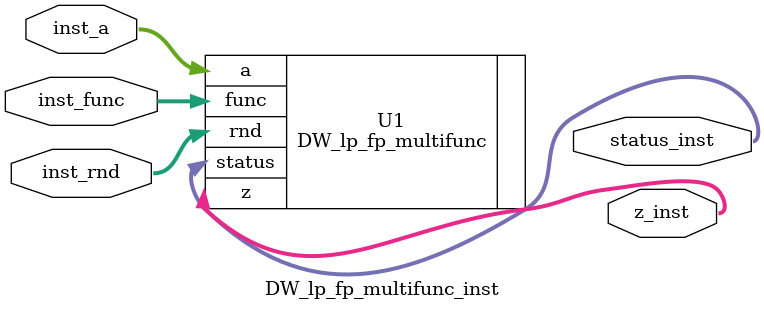
<source format=v>
module DW_lp_fp_multifunc_inst( inst_a, inst_func, inst_rnd, z_inst, status_inst );

parameter inst_sig_width = 23;
parameter inst_exp_width = 8;
parameter inst_ieee_compliance = 0;
parameter inst_func_select = 127;
parameter inst_faithful_round = 1;
parameter inst_pi_multiple = 1;


input [inst_sig_width+inst_exp_width : 0] inst_a;
input [15 : 0] inst_func;
input [2 : 0] inst_rnd;
output [inst_sig_width+inst_exp_width : 0] z_inst;
output [7 : 0] status_inst;

    // Instance of DW_lp_fp_multifunc
    DW_lp_fp_multifunc #(inst_sig_width, inst_exp_width, inst_ieee_compliance, inst_func_select, inst_faithful_round, inst_pi_multiple) U1 (
			.a(inst_a),
			.func(inst_func),
			.rnd(inst_rnd),
			.z(z_inst),
			.status(status_inst) );

endmodule

</source>
